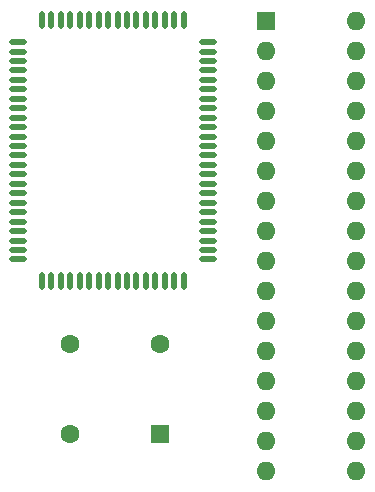
<source format=gbr>
%TF.GenerationSoftware,KiCad,Pcbnew,7.0.5*%
%TF.CreationDate,2023-06-05T13:48:53-07:00*%
%TF.ProjectId,M7700,4d373730-302e-46b6-9963-61645f706362,rev?*%
%TF.SameCoordinates,PX7bfa480PY459e440*%
%TF.FileFunction,Soldermask,Top*%
%TF.FilePolarity,Negative*%
%FSLAX46Y46*%
G04 Gerber Fmt 4.6, Leading zero omitted, Abs format (unit mm)*
G04 Created by KiCad (PCBNEW 7.0.5) date 2023-06-05 13:48:53*
%MOMM*%
%LPD*%
G01*
G04 APERTURE LIST*
%ADD10O,1.500000X0.500000*%
%ADD11O,0.500000X1.500000*%
%ADD12R,1.600000X1.600000*%
%ADD13C,1.600000*%
%ADD14O,1.600000X1.600000*%
G04 APERTURE END LIST*
D10*
%TO.C,U2*%
X-21050000Y-1800000D03*
X-21050000Y-2600000D03*
X-21050000Y-3400000D03*
X-21050000Y-4200000D03*
X-21050000Y-5000000D03*
X-21050000Y-5800000D03*
X-21050000Y-6600000D03*
X-21050000Y-7400000D03*
X-21050000Y-8200000D03*
X-21050000Y-9000000D03*
X-21050000Y-9800000D03*
X-21050000Y-10600000D03*
X-21050000Y-11400000D03*
X-21050000Y-12200000D03*
X-21050000Y-13000000D03*
X-21050000Y-13800000D03*
X-21050000Y-14600000D03*
X-21050000Y-15400000D03*
X-21050000Y-16200000D03*
X-21050000Y-17000000D03*
X-21050000Y-17800000D03*
X-21050000Y-18600000D03*
X-21050000Y-19400000D03*
X-21050000Y-20200000D03*
D11*
X-19000000Y-22050000D03*
X-18200000Y-22050000D03*
X-17400000Y-22050000D03*
X-16600000Y-22050000D03*
X-15800000Y-22050000D03*
X-15000000Y-22050000D03*
X-14200000Y-22050000D03*
X-13400000Y-22050000D03*
X-12600000Y-22050000D03*
X-11800000Y-22050000D03*
X-11000000Y-22050000D03*
X-10200000Y-22050000D03*
X-9400000Y-22050000D03*
X-8600000Y-22050000D03*
X-7800000Y-22050000D03*
X-7000000Y-22050000D03*
D10*
X-4950000Y-20200000D03*
X-4950000Y-19400000D03*
X-4950000Y-18600000D03*
X-4950000Y-17800000D03*
X-4950000Y-17000000D03*
X-4950000Y-16200000D03*
X-4950000Y-15400000D03*
X-4950000Y-14600000D03*
X-4950000Y-13800000D03*
X-4950000Y-13000000D03*
X-4950000Y-12200000D03*
X-4950000Y-11400000D03*
X-4950000Y-10600000D03*
X-4950000Y-9800000D03*
X-4950000Y-9000000D03*
X-4950000Y-8200000D03*
X-4950000Y-7400000D03*
X-4950000Y-6600000D03*
X-4950000Y-5800000D03*
X-4950000Y-5000000D03*
X-4950000Y-4200000D03*
X-4950000Y-3400000D03*
X-4950000Y-2600000D03*
X-4950000Y-1800000D03*
D11*
X-7000000Y50000D03*
X-7800000Y50000D03*
X-8600000Y50000D03*
X-9400000Y50000D03*
X-10200000Y50000D03*
X-11000000Y50000D03*
X-11800000Y50000D03*
X-12600000Y50000D03*
X-13400000Y50000D03*
X-14200000Y50000D03*
X-15000000Y50000D03*
X-15800000Y50000D03*
X-16600000Y50000D03*
X-17400000Y50000D03*
X-18200000Y50000D03*
X-19000000Y50000D03*
%TD*%
D12*
%TO.C,X1*%
X-9000000Y-35000000D03*
D13*
X-9000000Y-27380000D03*
X-16620000Y-27380000D03*
X-16620000Y-35000000D03*
%TD*%
D14*
%TO.C,U1*%
X7620000Y0D03*
X7620000Y-2540000D03*
X7620000Y-5080000D03*
X7620000Y-7620000D03*
X7620000Y-10160000D03*
X7620000Y-12700000D03*
X7620000Y-15240000D03*
X7620000Y-17780000D03*
X7620000Y-20320000D03*
X7620000Y-22860000D03*
X7620000Y-25400000D03*
X7620000Y-27940000D03*
X7620000Y-30480000D03*
X7620000Y-33020000D03*
X7620000Y-35560000D03*
X7620000Y-38100000D03*
X0Y-38100000D03*
X0Y-35560000D03*
X0Y-33020000D03*
X0Y-30480000D03*
X0Y-27940000D03*
X0Y-25400000D03*
X0Y-22860000D03*
X0Y-20320000D03*
X0Y-17780000D03*
X0Y-15240000D03*
X0Y-12700000D03*
X0Y-10160000D03*
X0Y-7620000D03*
X0Y-5080000D03*
X0Y-2540000D03*
D12*
X0Y0D03*
%TD*%
M02*

</source>
